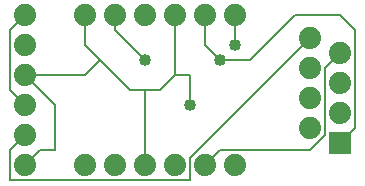
<source format=gbl>
G75*
G70*
%OFA0B0*%
%FSLAX24Y24*%
%IPPOS*%
%LPD*%
%AMOC8*
5,1,8,0,0,1.08239X$1,22.5*
%
%ADD10C,0.0740*%
%ADD11R,0.0740X0.0740*%
%ADD12C,0.0080*%
%ADD13C,0.0400*%
D10*
X001100Y001200D03*
X003100Y001200D03*
X004100Y001200D03*
X005100Y001200D03*
X006100Y001200D03*
X007100Y001200D03*
X008100Y001200D03*
X010600Y002450D03*
X011600Y002950D03*
X010600Y003450D03*
X011600Y003950D03*
X010600Y004450D03*
X011600Y004950D03*
X010600Y005450D03*
X008100Y006200D03*
X007100Y006200D03*
X006100Y006200D03*
X005100Y006200D03*
X004100Y006200D03*
X003100Y006200D03*
X001100Y006200D03*
X001100Y005200D03*
X001100Y004200D03*
X001100Y003200D03*
X001100Y002200D03*
D11*
X011600Y001950D03*
D12*
X006600Y000700D02*
X000600Y000700D01*
X000600Y001700D01*
X001100Y002200D01*
X001600Y001700D02*
X001100Y001200D01*
X001600Y001700D02*
X002100Y001700D01*
X002100Y003200D01*
X001100Y004200D01*
X003100Y004200D01*
X003600Y004700D01*
X004600Y003700D01*
X005100Y003700D01*
X005100Y001200D01*
X006600Y001450D02*
X006600Y000700D01*
X007100Y001200D02*
X007600Y001700D01*
X010600Y001700D01*
X011100Y002200D01*
X011100Y004450D01*
X011600Y004950D01*
X010600Y005450D02*
X006600Y001450D01*
X006600Y003200D02*
X006600Y004200D01*
X006100Y004200D01*
X006100Y006200D01*
X007100Y006200D02*
X007100Y005200D01*
X007600Y004700D01*
X008600Y004700D01*
X010100Y006200D01*
X011600Y006200D01*
X012100Y005700D01*
X012100Y002450D01*
X011600Y001950D01*
X006100Y004200D02*
X005600Y003700D01*
X005100Y003700D01*
X005100Y004700D02*
X004100Y005700D01*
X004100Y006200D01*
X003100Y006200D02*
X003100Y005200D01*
X003600Y004700D01*
X001100Y003200D02*
X000600Y003700D01*
X000600Y005700D01*
X001100Y006200D01*
X008100Y006200D02*
X008100Y005200D01*
D13*
X008100Y005200D03*
X007600Y004700D03*
X005100Y004700D03*
X006600Y003200D03*
M02*

</source>
